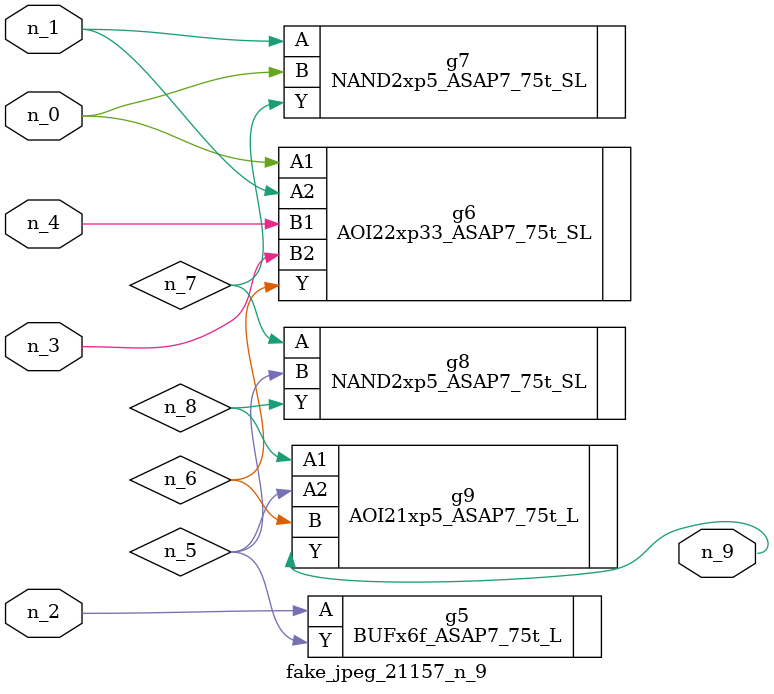
<source format=v>
module fake_jpeg_21157_n_9 (n_3, n_2, n_1, n_0, n_4, n_9);

input n_3;
input n_2;
input n_1;
input n_0;
input n_4;

output n_9;

wire n_8;
wire n_6;
wire n_5;
wire n_7;

BUFx6f_ASAP7_75t_L g5 ( 
.A(n_2),
.Y(n_5)
);

AOI22xp33_ASAP7_75t_SL g6 ( 
.A1(n_0),
.A2(n_1),
.B1(n_4),
.B2(n_3),
.Y(n_6)
);

NAND2xp5_ASAP7_75t_SL g7 ( 
.A(n_1),
.B(n_0),
.Y(n_7)
);

NAND2xp5_ASAP7_75t_SL g8 ( 
.A(n_7),
.B(n_5),
.Y(n_8)
);

AOI21xp5_ASAP7_75t_L g9 ( 
.A1(n_8),
.A2(n_5),
.B(n_6),
.Y(n_9)
);


endmodule
</source>
